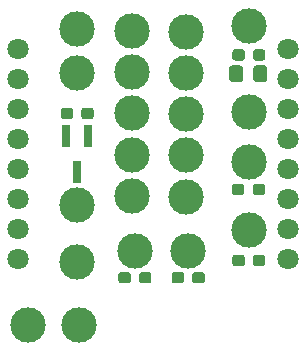
<source format=gbr>
G04 #@! TF.GenerationSoftware,KiCad,Pcbnew,(5.0.0)*
G04 #@! TF.CreationDate,2018-11-11T21:07:20+01:00*
G04 #@! TF.ProjectId,Platine,506C6174696E652E6B696361645F7063,rev?*
G04 #@! TF.SameCoordinates,Original*
G04 #@! TF.FileFunction,Soldermask,Top*
G04 #@! TF.FilePolarity,Negative*
%FSLAX46Y46*%
G04 Gerber Fmt 4.6, Leading zero omitted, Abs format (unit mm)*
G04 Created by KiCad (PCBNEW (5.0.0)) date 11/11/18 21:07:20*
%MOMM*%
%LPD*%
G01*
G04 APERTURE LIST*
%ADD10R,0.800000X1.900000*%
%ADD11C,0.100000*%
%ADD12C,0.950000*%
%ADD13C,1.800000*%
%ADD14C,1.150000*%
%ADD15C,3.000000*%
G04 APERTURE END LIST*
D10*
G04 #@! TO.C,Q1*
X143126500Y-79780000D03*
X141226500Y-79780000D03*
X142176500Y-82780000D03*
G04 #@! TD*
D11*
G04 #@! TO.C,R1*
G36*
X146501779Y-91283644D02*
X146524834Y-91287063D01*
X146547443Y-91292727D01*
X146569387Y-91300579D01*
X146590457Y-91310544D01*
X146610448Y-91322526D01*
X146629168Y-91336410D01*
X146646438Y-91352062D01*
X146662090Y-91369332D01*
X146675974Y-91388052D01*
X146687956Y-91408043D01*
X146697921Y-91429113D01*
X146705773Y-91451057D01*
X146711437Y-91473666D01*
X146714856Y-91496721D01*
X146716000Y-91520000D01*
X146716000Y-91995000D01*
X146714856Y-92018279D01*
X146711437Y-92041334D01*
X146705773Y-92063943D01*
X146697921Y-92085887D01*
X146687956Y-92106957D01*
X146675974Y-92126948D01*
X146662090Y-92145668D01*
X146646438Y-92162938D01*
X146629168Y-92178590D01*
X146610448Y-92192474D01*
X146590457Y-92204456D01*
X146569387Y-92214421D01*
X146547443Y-92222273D01*
X146524834Y-92227937D01*
X146501779Y-92231356D01*
X146478500Y-92232500D01*
X145903500Y-92232500D01*
X145880221Y-92231356D01*
X145857166Y-92227937D01*
X145834557Y-92222273D01*
X145812613Y-92214421D01*
X145791543Y-92204456D01*
X145771552Y-92192474D01*
X145752832Y-92178590D01*
X145735562Y-92162938D01*
X145719910Y-92145668D01*
X145706026Y-92126948D01*
X145694044Y-92106957D01*
X145684079Y-92085887D01*
X145676227Y-92063943D01*
X145670563Y-92041334D01*
X145667144Y-92018279D01*
X145666000Y-91995000D01*
X145666000Y-91520000D01*
X145667144Y-91496721D01*
X145670563Y-91473666D01*
X145676227Y-91451057D01*
X145684079Y-91429113D01*
X145694044Y-91408043D01*
X145706026Y-91388052D01*
X145719910Y-91369332D01*
X145735562Y-91352062D01*
X145752832Y-91336410D01*
X145771552Y-91322526D01*
X145791543Y-91310544D01*
X145812613Y-91300579D01*
X145834557Y-91292727D01*
X145857166Y-91287063D01*
X145880221Y-91283644D01*
X145903500Y-91282500D01*
X146478500Y-91282500D01*
X146501779Y-91283644D01*
X146501779Y-91283644D01*
G37*
D12*
X146191000Y-91757500D03*
D11*
G36*
X148251779Y-91283644D02*
X148274834Y-91287063D01*
X148297443Y-91292727D01*
X148319387Y-91300579D01*
X148340457Y-91310544D01*
X148360448Y-91322526D01*
X148379168Y-91336410D01*
X148396438Y-91352062D01*
X148412090Y-91369332D01*
X148425974Y-91388052D01*
X148437956Y-91408043D01*
X148447921Y-91429113D01*
X148455773Y-91451057D01*
X148461437Y-91473666D01*
X148464856Y-91496721D01*
X148466000Y-91520000D01*
X148466000Y-91995000D01*
X148464856Y-92018279D01*
X148461437Y-92041334D01*
X148455773Y-92063943D01*
X148447921Y-92085887D01*
X148437956Y-92106957D01*
X148425974Y-92126948D01*
X148412090Y-92145668D01*
X148396438Y-92162938D01*
X148379168Y-92178590D01*
X148360448Y-92192474D01*
X148340457Y-92204456D01*
X148319387Y-92214421D01*
X148297443Y-92222273D01*
X148274834Y-92227937D01*
X148251779Y-92231356D01*
X148228500Y-92232500D01*
X147653500Y-92232500D01*
X147630221Y-92231356D01*
X147607166Y-92227937D01*
X147584557Y-92222273D01*
X147562613Y-92214421D01*
X147541543Y-92204456D01*
X147521552Y-92192474D01*
X147502832Y-92178590D01*
X147485562Y-92162938D01*
X147469910Y-92145668D01*
X147456026Y-92126948D01*
X147444044Y-92106957D01*
X147434079Y-92085887D01*
X147426227Y-92063943D01*
X147420563Y-92041334D01*
X147417144Y-92018279D01*
X147416000Y-91995000D01*
X147416000Y-91520000D01*
X147417144Y-91496721D01*
X147420563Y-91473666D01*
X147426227Y-91451057D01*
X147434079Y-91429113D01*
X147444044Y-91408043D01*
X147456026Y-91388052D01*
X147469910Y-91369332D01*
X147485562Y-91352062D01*
X147502832Y-91336410D01*
X147521552Y-91322526D01*
X147541543Y-91310544D01*
X147562613Y-91300579D01*
X147584557Y-91292727D01*
X147607166Y-91287063D01*
X147630221Y-91283644D01*
X147653500Y-91282500D01*
X148228500Y-91282500D01*
X148251779Y-91283644D01*
X148251779Y-91283644D01*
G37*
D12*
X147941000Y-91757500D03*
G04 #@! TD*
D11*
G04 #@! TO.C,R2*
G36*
X152760279Y-91283644D02*
X152783334Y-91287063D01*
X152805943Y-91292727D01*
X152827887Y-91300579D01*
X152848957Y-91310544D01*
X152868948Y-91322526D01*
X152887668Y-91336410D01*
X152904938Y-91352062D01*
X152920590Y-91369332D01*
X152934474Y-91388052D01*
X152946456Y-91408043D01*
X152956421Y-91429113D01*
X152964273Y-91451057D01*
X152969937Y-91473666D01*
X152973356Y-91496721D01*
X152974500Y-91520000D01*
X152974500Y-91995000D01*
X152973356Y-92018279D01*
X152969937Y-92041334D01*
X152964273Y-92063943D01*
X152956421Y-92085887D01*
X152946456Y-92106957D01*
X152934474Y-92126948D01*
X152920590Y-92145668D01*
X152904938Y-92162938D01*
X152887668Y-92178590D01*
X152868948Y-92192474D01*
X152848957Y-92204456D01*
X152827887Y-92214421D01*
X152805943Y-92222273D01*
X152783334Y-92227937D01*
X152760279Y-92231356D01*
X152737000Y-92232500D01*
X152162000Y-92232500D01*
X152138721Y-92231356D01*
X152115666Y-92227937D01*
X152093057Y-92222273D01*
X152071113Y-92214421D01*
X152050043Y-92204456D01*
X152030052Y-92192474D01*
X152011332Y-92178590D01*
X151994062Y-92162938D01*
X151978410Y-92145668D01*
X151964526Y-92126948D01*
X151952544Y-92106957D01*
X151942579Y-92085887D01*
X151934727Y-92063943D01*
X151929063Y-92041334D01*
X151925644Y-92018279D01*
X151924500Y-91995000D01*
X151924500Y-91520000D01*
X151925644Y-91496721D01*
X151929063Y-91473666D01*
X151934727Y-91451057D01*
X151942579Y-91429113D01*
X151952544Y-91408043D01*
X151964526Y-91388052D01*
X151978410Y-91369332D01*
X151994062Y-91352062D01*
X152011332Y-91336410D01*
X152030052Y-91322526D01*
X152050043Y-91310544D01*
X152071113Y-91300579D01*
X152093057Y-91292727D01*
X152115666Y-91287063D01*
X152138721Y-91283644D01*
X152162000Y-91282500D01*
X152737000Y-91282500D01*
X152760279Y-91283644D01*
X152760279Y-91283644D01*
G37*
D12*
X152449500Y-91757500D03*
D11*
G36*
X151010279Y-91283644D02*
X151033334Y-91287063D01*
X151055943Y-91292727D01*
X151077887Y-91300579D01*
X151098957Y-91310544D01*
X151118948Y-91322526D01*
X151137668Y-91336410D01*
X151154938Y-91352062D01*
X151170590Y-91369332D01*
X151184474Y-91388052D01*
X151196456Y-91408043D01*
X151206421Y-91429113D01*
X151214273Y-91451057D01*
X151219937Y-91473666D01*
X151223356Y-91496721D01*
X151224500Y-91520000D01*
X151224500Y-91995000D01*
X151223356Y-92018279D01*
X151219937Y-92041334D01*
X151214273Y-92063943D01*
X151206421Y-92085887D01*
X151196456Y-92106957D01*
X151184474Y-92126948D01*
X151170590Y-92145668D01*
X151154938Y-92162938D01*
X151137668Y-92178590D01*
X151118948Y-92192474D01*
X151098957Y-92204456D01*
X151077887Y-92214421D01*
X151055943Y-92222273D01*
X151033334Y-92227937D01*
X151010279Y-92231356D01*
X150987000Y-92232500D01*
X150412000Y-92232500D01*
X150388721Y-92231356D01*
X150365666Y-92227937D01*
X150343057Y-92222273D01*
X150321113Y-92214421D01*
X150300043Y-92204456D01*
X150280052Y-92192474D01*
X150261332Y-92178590D01*
X150244062Y-92162938D01*
X150228410Y-92145668D01*
X150214526Y-92126948D01*
X150202544Y-92106957D01*
X150192579Y-92085887D01*
X150184727Y-92063943D01*
X150179063Y-92041334D01*
X150175644Y-92018279D01*
X150174500Y-91995000D01*
X150174500Y-91520000D01*
X150175644Y-91496721D01*
X150179063Y-91473666D01*
X150184727Y-91451057D01*
X150192579Y-91429113D01*
X150202544Y-91408043D01*
X150214526Y-91388052D01*
X150228410Y-91369332D01*
X150244062Y-91352062D01*
X150261332Y-91336410D01*
X150280052Y-91322526D01*
X150300043Y-91310544D01*
X150321113Y-91300579D01*
X150343057Y-91292727D01*
X150365666Y-91287063D01*
X150388721Y-91283644D01*
X150412000Y-91282500D01*
X150987000Y-91282500D01*
X151010279Y-91283644D01*
X151010279Y-91283644D01*
G37*
D12*
X150699500Y-91757500D03*
G04 #@! TD*
D11*
G04 #@! TO.C,R3*
G36*
X156153779Y-89823144D02*
X156176834Y-89826563D01*
X156199443Y-89832227D01*
X156221387Y-89840079D01*
X156242457Y-89850044D01*
X156262448Y-89862026D01*
X156281168Y-89875910D01*
X156298438Y-89891562D01*
X156314090Y-89908832D01*
X156327974Y-89927552D01*
X156339956Y-89947543D01*
X156349921Y-89968613D01*
X156357773Y-89990557D01*
X156363437Y-90013166D01*
X156366856Y-90036221D01*
X156368000Y-90059500D01*
X156368000Y-90534500D01*
X156366856Y-90557779D01*
X156363437Y-90580834D01*
X156357773Y-90603443D01*
X156349921Y-90625387D01*
X156339956Y-90646457D01*
X156327974Y-90666448D01*
X156314090Y-90685168D01*
X156298438Y-90702438D01*
X156281168Y-90718090D01*
X156262448Y-90731974D01*
X156242457Y-90743956D01*
X156221387Y-90753921D01*
X156199443Y-90761773D01*
X156176834Y-90767437D01*
X156153779Y-90770856D01*
X156130500Y-90772000D01*
X155555500Y-90772000D01*
X155532221Y-90770856D01*
X155509166Y-90767437D01*
X155486557Y-90761773D01*
X155464613Y-90753921D01*
X155443543Y-90743956D01*
X155423552Y-90731974D01*
X155404832Y-90718090D01*
X155387562Y-90702438D01*
X155371910Y-90685168D01*
X155358026Y-90666448D01*
X155346044Y-90646457D01*
X155336079Y-90625387D01*
X155328227Y-90603443D01*
X155322563Y-90580834D01*
X155319144Y-90557779D01*
X155318000Y-90534500D01*
X155318000Y-90059500D01*
X155319144Y-90036221D01*
X155322563Y-90013166D01*
X155328227Y-89990557D01*
X155336079Y-89968613D01*
X155346044Y-89947543D01*
X155358026Y-89927552D01*
X155371910Y-89908832D01*
X155387562Y-89891562D01*
X155404832Y-89875910D01*
X155423552Y-89862026D01*
X155443543Y-89850044D01*
X155464613Y-89840079D01*
X155486557Y-89832227D01*
X155509166Y-89826563D01*
X155532221Y-89823144D01*
X155555500Y-89822000D01*
X156130500Y-89822000D01*
X156153779Y-89823144D01*
X156153779Y-89823144D01*
G37*
D12*
X155843000Y-90297000D03*
D11*
G36*
X157903779Y-89823144D02*
X157926834Y-89826563D01*
X157949443Y-89832227D01*
X157971387Y-89840079D01*
X157992457Y-89850044D01*
X158012448Y-89862026D01*
X158031168Y-89875910D01*
X158048438Y-89891562D01*
X158064090Y-89908832D01*
X158077974Y-89927552D01*
X158089956Y-89947543D01*
X158099921Y-89968613D01*
X158107773Y-89990557D01*
X158113437Y-90013166D01*
X158116856Y-90036221D01*
X158118000Y-90059500D01*
X158118000Y-90534500D01*
X158116856Y-90557779D01*
X158113437Y-90580834D01*
X158107773Y-90603443D01*
X158099921Y-90625387D01*
X158089956Y-90646457D01*
X158077974Y-90666448D01*
X158064090Y-90685168D01*
X158048438Y-90702438D01*
X158031168Y-90718090D01*
X158012448Y-90731974D01*
X157992457Y-90743956D01*
X157971387Y-90753921D01*
X157949443Y-90761773D01*
X157926834Y-90767437D01*
X157903779Y-90770856D01*
X157880500Y-90772000D01*
X157305500Y-90772000D01*
X157282221Y-90770856D01*
X157259166Y-90767437D01*
X157236557Y-90761773D01*
X157214613Y-90753921D01*
X157193543Y-90743956D01*
X157173552Y-90731974D01*
X157154832Y-90718090D01*
X157137562Y-90702438D01*
X157121910Y-90685168D01*
X157108026Y-90666448D01*
X157096044Y-90646457D01*
X157086079Y-90625387D01*
X157078227Y-90603443D01*
X157072563Y-90580834D01*
X157069144Y-90557779D01*
X157068000Y-90534500D01*
X157068000Y-90059500D01*
X157069144Y-90036221D01*
X157072563Y-90013166D01*
X157078227Y-89990557D01*
X157086079Y-89968613D01*
X157096044Y-89947543D01*
X157108026Y-89927552D01*
X157121910Y-89908832D01*
X157137562Y-89891562D01*
X157154832Y-89875910D01*
X157173552Y-89862026D01*
X157193543Y-89850044D01*
X157214613Y-89840079D01*
X157236557Y-89832227D01*
X157259166Y-89826563D01*
X157282221Y-89823144D01*
X157305500Y-89822000D01*
X157880500Y-89822000D01*
X157903779Y-89823144D01*
X157903779Y-89823144D01*
G37*
D12*
X157593000Y-90297000D03*
G04 #@! TD*
D11*
G04 #@! TO.C,R4*
G36*
X156120369Y-83813542D02*
X156143424Y-83816961D01*
X156166033Y-83822625D01*
X156187977Y-83830477D01*
X156209047Y-83840442D01*
X156229038Y-83852424D01*
X156247758Y-83866308D01*
X156265028Y-83881960D01*
X156280680Y-83899230D01*
X156294564Y-83917950D01*
X156306546Y-83937941D01*
X156316511Y-83959011D01*
X156324363Y-83980955D01*
X156330027Y-84003564D01*
X156333446Y-84026619D01*
X156334590Y-84049898D01*
X156334590Y-84524898D01*
X156333446Y-84548177D01*
X156330027Y-84571232D01*
X156324363Y-84593841D01*
X156316511Y-84615785D01*
X156306546Y-84636855D01*
X156294564Y-84656846D01*
X156280680Y-84675566D01*
X156265028Y-84692836D01*
X156247758Y-84708488D01*
X156229038Y-84722372D01*
X156209047Y-84734354D01*
X156187977Y-84744319D01*
X156166033Y-84752171D01*
X156143424Y-84757835D01*
X156120369Y-84761254D01*
X156097090Y-84762398D01*
X155522090Y-84762398D01*
X155498811Y-84761254D01*
X155475756Y-84757835D01*
X155453147Y-84752171D01*
X155431203Y-84744319D01*
X155410133Y-84734354D01*
X155390142Y-84722372D01*
X155371422Y-84708488D01*
X155354152Y-84692836D01*
X155338500Y-84675566D01*
X155324616Y-84656846D01*
X155312634Y-84636855D01*
X155302669Y-84615785D01*
X155294817Y-84593841D01*
X155289153Y-84571232D01*
X155285734Y-84548177D01*
X155284590Y-84524898D01*
X155284590Y-84049898D01*
X155285734Y-84026619D01*
X155289153Y-84003564D01*
X155294817Y-83980955D01*
X155302669Y-83959011D01*
X155312634Y-83937941D01*
X155324616Y-83917950D01*
X155338500Y-83899230D01*
X155354152Y-83881960D01*
X155371422Y-83866308D01*
X155390142Y-83852424D01*
X155410133Y-83840442D01*
X155431203Y-83830477D01*
X155453147Y-83822625D01*
X155475756Y-83816961D01*
X155498811Y-83813542D01*
X155522090Y-83812398D01*
X156097090Y-83812398D01*
X156120369Y-83813542D01*
X156120369Y-83813542D01*
G37*
D12*
X155809590Y-84287398D03*
D11*
G36*
X157870369Y-83813542D02*
X157893424Y-83816961D01*
X157916033Y-83822625D01*
X157937977Y-83830477D01*
X157959047Y-83840442D01*
X157979038Y-83852424D01*
X157997758Y-83866308D01*
X158015028Y-83881960D01*
X158030680Y-83899230D01*
X158044564Y-83917950D01*
X158056546Y-83937941D01*
X158066511Y-83959011D01*
X158074363Y-83980955D01*
X158080027Y-84003564D01*
X158083446Y-84026619D01*
X158084590Y-84049898D01*
X158084590Y-84524898D01*
X158083446Y-84548177D01*
X158080027Y-84571232D01*
X158074363Y-84593841D01*
X158066511Y-84615785D01*
X158056546Y-84636855D01*
X158044564Y-84656846D01*
X158030680Y-84675566D01*
X158015028Y-84692836D01*
X157997758Y-84708488D01*
X157979038Y-84722372D01*
X157959047Y-84734354D01*
X157937977Y-84744319D01*
X157916033Y-84752171D01*
X157893424Y-84757835D01*
X157870369Y-84761254D01*
X157847090Y-84762398D01*
X157272090Y-84762398D01*
X157248811Y-84761254D01*
X157225756Y-84757835D01*
X157203147Y-84752171D01*
X157181203Y-84744319D01*
X157160133Y-84734354D01*
X157140142Y-84722372D01*
X157121422Y-84708488D01*
X157104152Y-84692836D01*
X157088500Y-84675566D01*
X157074616Y-84656846D01*
X157062634Y-84636855D01*
X157052669Y-84615785D01*
X157044817Y-84593841D01*
X157039153Y-84571232D01*
X157035734Y-84548177D01*
X157034590Y-84524898D01*
X157034590Y-84049898D01*
X157035734Y-84026619D01*
X157039153Y-84003564D01*
X157044817Y-83980955D01*
X157052669Y-83959011D01*
X157062634Y-83937941D01*
X157074616Y-83917950D01*
X157088500Y-83899230D01*
X157104152Y-83881960D01*
X157121422Y-83866308D01*
X157140142Y-83852424D01*
X157160133Y-83840442D01*
X157181203Y-83830477D01*
X157203147Y-83822625D01*
X157225756Y-83816961D01*
X157248811Y-83813542D01*
X157272090Y-83812398D01*
X157847090Y-83812398D01*
X157870369Y-83813542D01*
X157870369Y-83813542D01*
G37*
D12*
X157559590Y-84287398D03*
G04 #@! TD*
D11*
G04 #@! TO.C,R5*
G36*
X156153779Y-72424144D02*
X156176834Y-72427563D01*
X156199443Y-72433227D01*
X156221387Y-72441079D01*
X156242457Y-72451044D01*
X156262448Y-72463026D01*
X156281168Y-72476910D01*
X156298438Y-72492562D01*
X156314090Y-72509832D01*
X156327974Y-72528552D01*
X156339956Y-72548543D01*
X156349921Y-72569613D01*
X156357773Y-72591557D01*
X156363437Y-72614166D01*
X156366856Y-72637221D01*
X156368000Y-72660500D01*
X156368000Y-73135500D01*
X156366856Y-73158779D01*
X156363437Y-73181834D01*
X156357773Y-73204443D01*
X156349921Y-73226387D01*
X156339956Y-73247457D01*
X156327974Y-73267448D01*
X156314090Y-73286168D01*
X156298438Y-73303438D01*
X156281168Y-73319090D01*
X156262448Y-73332974D01*
X156242457Y-73344956D01*
X156221387Y-73354921D01*
X156199443Y-73362773D01*
X156176834Y-73368437D01*
X156153779Y-73371856D01*
X156130500Y-73373000D01*
X155555500Y-73373000D01*
X155532221Y-73371856D01*
X155509166Y-73368437D01*
X155486557Y-73362773D01*
X155464613Y-73354921D01*
X155443543Y-73344956D01*
X155423552Y-73332974D01*
X155404832Y-73319090D01*
X155387562Y-73303438D01*
X155371910Y-73286168D01*
X155358026Y-73267448D01*
X155346044Y-73247457D01*
X155336079Y-73226387D01*
X155328227Y-73204443D01*
X155322563Y-73181834D01*
X155319144Y-73158779D01*
X155318000Y-73135500D01*
X155318000Y-72660500D01*
X155319144Y-72637221D01*
X155322563Y-72614166D01*
X155328227Y-72591557D01*
X155336079Y-72569613D01*
X155346044Y-72548543D01*
X155358026Y-72528552D01*
X155371910Y-72509832D01*
X155387562Y-72492562D01*
X155404832Y-72476910D01*
X155423552Y-72463026D01*
X155443543Y-72451044D01*
X155464613Y-72441079D01*
X155486557Y-72433227D01*
X155509166Y-72427563D01*
X155532221Y-72424144D01*
X155555500Y-72423000D01*
X156130500Y-72423000D01*
X156153779Y-72424144D01*
X156153779Y-72424144D01*
G37*
D12*
X155843000Y-72898000D03*
D11*
G36*
X157903779Y-72424144D02*
X157926834Y-72427563D01*
X157949443Y-72433227D01*
X157971387Y-72441079D01*
X157992457Y-72451044D01*
X158012448Y-72463026D01*
X158031168Y-72476910D01*
X158048438Y-72492562D01*
X158064090Y-72509832D01*
X158077974Y-72528552D01*
X158089956Y-72548543D01*
X158099921Y-72569613D01*
X158107773Y-72591557D01*
X158113437Y-72614166D01*
X158116856Y-72637221D01*
X158118000Y-72660500D01*
X158118000Y-73135500D01*
X158116856Y-73158779D01*
X158113437Y-73181834D01*
X158107773Y-73204443D01*
X158099921Y-73226387D01*
X158089956Y-73247457D01*
X158077974Y-73267448D01*
X158064090Y-73286168D01*
X158048438Y-73303438D01*
X158031168Y-73319090D01*
X158012448Y-73332974D01*
X157992457Y-73344956D01*
X157971387Y-73354921D01*
X157949443Y-73362773D01*
X157926834Y-73368437D01*
X157903779Y-73371856D01*
X157880500Y-73373000D01*
X157305500Y-73373000D01*
X157282221Y-73371856D01*
X157259166Y-73368437D01*
X157236557Y-73362773D01*
X157214613Y-73354921D01*
X157193543Y-73344956D01*
X157173552Y-73332974D01*
X157154832Y-73319090D01*
X157137562Y-73303438D01*
X157121910Y-73286168D01*
X157108026Y-73267448D01*
X157096044Y-73247457D01*
X157086079Y-73226387D01*
X157078227Y-73204443D01*
X157072563Y-73181834D01*
X157069144Y-73158779D01*
X157068000Y-73135500D01*
X157068000Y-72660500D01*
X157069144Y-72637221D01*
X157072563Y-72614166D01*
X157078227Y-72591557D01*
X157086079Y-72569613D01*
X157096044Y-72548543D01*
X157108026Y-72528552D01*
X157121910Y-72509832D01*
X157137562Y-72492562D01*
X157154832Y-72476910D01*
X157173552Y-72463026D01*
X157193543Y-72451044D01*
X157214613Y-72441079D01*
X157236557Y-72433227D01*
X157259166Y-72427563D01*
X157282221Y-72424144D01*
X157305500Y-72423000D01*
X157880500Y-72423000D01*
X157903779Y-72424144D01*
X157903779Y-72424144D01*
G37*
D12*
X157593000Y-72898000D03*
G04 #@! TD*
D11*
G04 #@! TO.C,R6*
G36*
X143362279Y-77377144D02*
X143385334Y-77380563D01*
X143407943Y-77386227D01*
X143429887Y-77394079D01*
X143450957Y-77404044D01*
X143470948Y-77416026D01*
X143489668Y-77429910D01*
X143506938Y-77445562D01*
X143522590Y-77462832D01*
X143536474Y-77481552D01*
X143548456Y-77501543D01*
X143558421Y-77522613D01*
X143566273Y-77544557D01*
X143571937Y-77567166D01*
X143575356Y-77590221D01*
X143576500Y-77613500D01*
X143576500Y-78088500D01*
X143575356Y-78111779D01*
X143571937Y-78134834D01*
X143566273Y-78157443D01*
X143558421Y-78179387D01*
X143548456Y-78200457D01*
X143536474Y-78220448D01*
X143522590Y-78239168D01*
X143506938Y-78256438D01*
X143489668Y-78272090D01*
X143470948Y-78285974D01*
X143450957Y-78297956D01*
X143429887Y-78307921D01*
X143407943Y-78315773D01*
X143385334Y-78321437D01*
X143362279Y-78324856D01*
X143339000Y-78326000D01*
X142764000Y-78326000D01*
X142740721Y-78324856D01*
X142717666Y-78321437D01*
X142695057Y-78315773D01*
X142673113Y-78307921D01*
X142652043Y-78297956D01*
X142632052Y-78285974D01*
X142613332Y-78272090D01*
X142596062Y-78256438D01*
X142580410Y-78239168D01*
X142566526Y-78220448D01*
X142554544Y-78200457D01*
X142544579Y-78179387D01*
X142536727Y-78157443D01*
X142531063Y-78134834D01*
X142527644Y-78111779D01*
X142526500Y-78088500D01*
X142526500Y-77613500D01*
X142527644Y-77590221D01*
X142531063Y-77567166D01*
X142536727Y-77544557D01*
X142544579Y-77522613D01*
X142554544Y-77501543D01*
X142566526Y-77481552D01*
X142580410Y-77462832D01*
X142596062Y-77445562D01*
X142613332Y-77429910D01*
X142632052Y-77416026D01*
X142652043Y-77404044D01*
X142673113Y-77394079D01*
X142695057Y-77386227D01*
X142717666Y-77380563D01*
X142740721Y-77377144D01*
X142764000Y-77376000D01*
X143339000Y-77376000D01*
X143362279Y-77377144D01*
X143362279Y-77377144D01*
G37*
D12*
X143051500Y-77851000D03*
D11*
G36*
X141612279Y-77377144D02*
X141635334Y-77380563D01*
X141657943Y-77386227D01*
X141679887Y-77394079D01*
X141700957Y-77404044D01*
X141720948Y-77416026D01*
X141739668Y-77429910D01*
X141756938Y-77445562D01*
X141772590Y-77462832D01*
X141786474Y-77481552D01*
X141798456Y-77501543D01*
X141808421Y-77522613D01*
X141816273Y-77544557D01*
X141821937Y-77567166D01*
X141825356Y-77590221D01*
X141826500Y-77613500D01*
X141826500Y-78088500D01*
X141825356Y-78111779D01*
X141821937Y-78134834D01*
X141816273Y-78157443D01*
X141808421Y-78179387D01*
X141798456Y-78200457D01*
X141786474Y-78220448D01*
X141772590Y-78239168D01*
X141756938Y-78256438D01*
X141739668Y-78272090D01*
X141720948Y-78285974D01*
X141700957Y-78297956D01*
X141679887Y-78307921D01*
X141657943Y-78315773D01*
X141635334Y-78321437D01*
X141612279Y-78324856D01*
X141589000Y-78326000D01*
X141014000Y-78326000D01*
X140990721Y-78324856D01*
X140967666Y-78321437D01*
X140945057Y-78315773D01*
X140923113Y-78307921D01*
X140902043Y-78297956D01*
X140882052Y-78285974D01*
X140863332Y-78272090D01*
X140846062Y-78256438D01*
X140830410Y-78239168D01*
X140816526Y-78220448D01*
X140804544Y-78200457D01*
X140794579Y-78179387D01*
X140786727Y-78157443D01*
X140781063Y-78134834D01*
X140777644Y-78111779D01*
X140776500Y-78088500D01*
X140776500Y-77613500D01*
X140777644Y-77590221D01*
X140781063Y-77567166D01*
X140786727Y-77544557D01*
X140794579Y-77522613D01*
X140804544Y-77501543D01*
X140816526Y-77481552D01*
X140830410Y-77462832D01*
X140846062Y-77445562D01*
X140863332Y-77429910D01*
X140882052Y-77416026D01*
X140902043Y-77404044D01*
X140923113Y-77394079D01*
X140945057Y-77386227D01*
X140967666Y-77380563D01*
X140990721Y-77377144D01*
X141014000Y-77376000D01*
X141589000Y-77376000D01*
X141612279Y-77377144D01*
X141612279Y-77377144D01*
G37*
D12*
X141301500Y-77851000D03*
G04 #@! TD*
D13*
G04 #@! TO.C,U1*
X160020000Y-90170000D03*
X137160000Y-90170000D03*
X160020000Y-87630000D03*
X137160000Y-87630000D03*
X160020000Y-85090000D03*
X137160000Y-85090000D03*
X160020000Y-82550000D03*
X137160000Y-82550000D03*
X160020000Y-80010000D03*
X137160000Y-80010000D03*
X160020000Y-77470000D03*
X137160000Y-77470000D03*
X160020000Y-74930000D03*
X137160000Y-74930000D03*
X160020000Y-72390000D03*
X137160000Y-72390000D03*
G04 #@! TD*
D11*
G04 #@! TO.C,C1*
G36*
X158029005Y-73786704D02*
X158053273Y-73790304D01*
X158077072Y-73796265D01*
X158100171Y-73804530D01*
X158122350Y-73815020D01*
X158143393Y-73827632D01*
X158163099Y-73842247D01*
X158181277Y-73858723D01*
X158197753Y-73876901D01*
X158212368Y-73896607D01*
X158224980Y-73917650D01*
X158235470Y-73939829D01*
X158243735Y-73962928D01*
X158249696Y-73986727D01*
X158253296Y-74010995D01*
X158254500Y-74035499D01*
X158254500Y-74935501D01*
X158253296Y-74960005D01*
X158249696Y-74984273D01*
X158243735Y-75008072D01*
X158235470Y-75031171D01*
X158224980Y-75053350D01*
X158212368Y-75074393D01*
X158197753Y-75094099D01*
X158181277Y-75112277D01*
X158163099Y-75128753D01*
X158143393Y-75143368D01*
X158122350Y-75155980D01*
X158100171Y-75166470D01*
X158077072Y-75174735D01*
X158053273Y-75180696D01*
X158029005Y-75184296D01*
X158004501Y-75185500D01*
X157354499Y-75185500D01*
X157329995Y-75184296D01*
X157305727Y-75180696D01*
X157281928Y-75174735D01*
X157258829Y-75166470D01*
X157236650Y-75155980D01*
X157215607Y-75143368D01*
X157195901Y-75128753D01*
X157177723Y-75112277D01*
X157161247Y-75094099D01*
X157146632Y-75074393D01*
X157134020Y-75053350D01*
X157123530Y-75031171D01*
X157115265Y-75008072D01*
X157109304Y-74984273D01*
X157105704Y-74960005D01*
X157104500Y-74935501D01*
X157104500Y-74035499D01*
X157105704Y-74010995D01*
X157109304Y-73986727D01*
X157115265Y-73962928D01*
X157123530Y-73939829D01*
X157134020Y-73917650D01*
X157146632Y-73896607D01*
X157161247Y-73876901D01*
X157177723Y-73858723D01*
X157195901Y-73842247D01*
X157215607Y-73827632D01*
X157236650Y-73815020D01*
X157258829Y-73804530D01*
X157281928Y-73796265D01*
X157305727Y-73790304D01*
X157329995Y-73786704D01*
X157354499Y-73785500D01*
X158004501Y-73785500D01*
X158029005Y-73786704D01*
X158029005Y-73786704D01*
G37*
D14*
X157679500Y-74485500D03*
D11*
G36*
X155979005Y-73786704D02*
X156003273Y-73790304D01*
X156027072Y-73796265D01*
X156050171Y-73804530D01*
X156072350Y-73815020D01*
X156093393Y-73827632D01*
X156113099Y-73842247D01*
X156131277Y-73858723D01*
X156147753Y-73876901D01*
X156162368Y-73896607D01*
X156174980Y-73917650D01*
X156185470Y-73939829D01*
X156193735Y-73962928D01*
X156199696Y-73986727D01*
X156203296Y-74010995D01*
X156204500Y-74035499D01*
X156204500Y-74935501D01*
X156203296Y-74960005D01*
X156199696Y-74984273D01*
X156193735Y-75008072D01*
X156185470Y-75031171D01*
X156174980Y-75053350D01*
X156162368Y-75074393D01*
X156147753Y-75094099D01*
X156131277Y-75112277D01*
X156113099Y-75128753D01*
X156093393Y-75143368D01*
X156072350Y-75155980D01*
X156050171Y-75166470D01*
X156027072Y-75174735D01*
X156003273Y-75180696D01*
X155979005Y-75184296D01*
X155954501Y-75185500D01*
X155304499Y-75185500D01*
X155279995Y-75184296D01*
X155255727Y-75180696D01*
X155231928Y-75174735D01*
X155208829Y-75166470D01*
X155186650Y-75155980D01*
X155165607Y-75143368D01*
X155145901Y-75128753D01*
X155127723Y-75112277D01*
X155111247Y-75094099D01*
X155096632Y-75074393D01*
X155084020Y-75053350D01*
X155073530Y-75031171D01*
X155065265Y-75008072D01*
X155059304Y-74984273D01*
X155055704Y-74960005D01*
X155054500Y-74935501D01*
X155054500Y-74035499D01*
X155055704Y-74010995D01*
X155059304Y-73986727D01*
X155065265Y-73962928D01*
X155073530Y-73939829D01*
X155084020Y-73917650D01*
X155096632Y-73896607D01*
X155111247Y-73876901D01*
X155127723Y-73858723D01*
X155145901Y-73842247D01*
X155165607Y-73827632D01*
X155186650Y-73815020D01*
X155208829Y-73804530D01*
X155231928Y-73796265D01*
X155255727Y-73790304D01*
X155279995Y-73786704D01*
X155304499Y-73785500D01*
X155954501Y-73785500D01*
X155979005Y-73786704D01*
X155979005Y-73786704D01*
G37*
D14*
X155629500Y-74485500D03*
G04 #@! TD*
D15*
G04 #@! TO.C,J1*
X142367000Y-95758000D03*
G04 #@! TD*
G04 #@! TO.C,J2*
X151384000Y-84899500D03*
G04 #@! TD*
G04 #@! TO.C,J3*
X156718000Y-87693500D03*
G04 #@! TD*
G04 #@! TO.C,J4*
X146812000Y-70866000D03*
G04 #@! TD*
G04 #@! TO.C,J5*
X146812000Y-74358500D03*
G04 #@! TD*
G04 #@! TO.C,J6*
X142176500Y-90424000D03*
G04 #@! TD*
G04 #@! TO.C,J7*
X147066000Y-89471500D03*
G04 #@! TD*
G04 #@! TO.C,J8*
X151384000Y-77914500D03*
G04 #@! TD*
G04 #@! TO.C,J9*
X151574500Y-89471500D03*
G04 #@! TD*
G04 #@! TO.C,J10*
X151384000Y-81407000D03*
G04 #@! TD*
G04 #@! TO.C,J11*
X146812000Y-84836000D03*
G04 #@! TD*
G04 #@! TO.C,J12*
X156684590Y-82001398D03*
G04 #@! TD*
G04 #@! TO.C,J13*
X156718000Y-77724000D03*
G04 #@! TD*
G04 #@! TO.C,J14*
X151384000Y-74422000D03*
G04 #@! TD*
G04 #@! TO.C,J15*
X146812000Y-81343500D03*
G04 #@! TD*
G04 #@! TO.C,J16*
X156718000Y-70421500D03*
G04 #@! TD*
G04 #@! TO.C,J17*
X138049000Y-95758000D03*
G04 #@! TD*
G04 #@! TO.C,J18*
X142176500Y-85598000D03*
G04 #@! TD*
G04 #@! TO.C,J19*
X146812000Y-77851000D03*
G04 #@! TD*
G04 #@! TO.C,J20*
X142176500Y-74422000D03*
G04 #@! TD*
G04 #@! TO.C,J21*
X142176500Y-70739000D03*
G04 #@! TD*
G04 #@! TO.C,J22*
X151384000Y-70929500D03*
G04 #@! TD*
M02*

</source>
